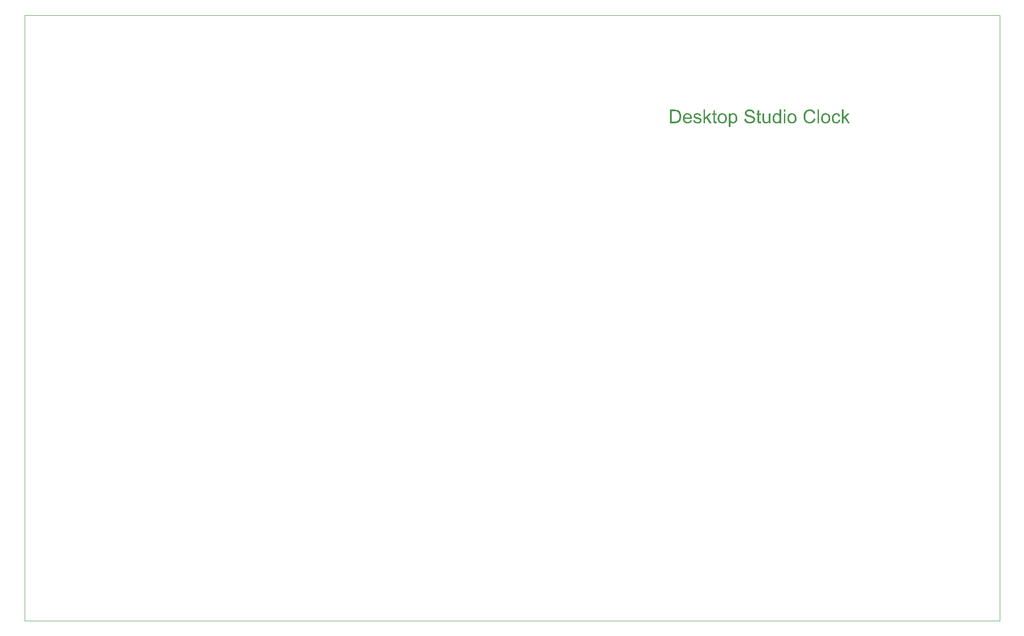
<source format=gbr>
%TF.GenerationSoftware,Altium Limited,Altium Designer,20.1.8 (145)*%
G04 Layer_Color=16771225*
%FSLAX44Y44*%
%MOMM*%
%TF.SameCoordinates,3BEBD2D3-E5B3-4009-AA71-14EFD01F195C*%
%TF.FilePolarity,Positive*%
%TF.FileFunction,Other,Sheet*%
%TF.Part,Single*%
G01*
G75*
%TA.AperFunction,NonConductor*%
%ADD154C,0.0254*%
G36*
X897279Y309815D02*
X894131D01*
Y313407D01*
X897279D01*
Y309815D01*
D02*
G37*
G36*
X830397Y313815D02*
X830657D01*
X831360Y313741D01*
X832138Y313629D01*
X832953Y313444D01*
X833841Y313222D01*
X834656Y312926D01*
X834693D01*
X834767Y312889D01*
X834878Y312815D01*
X835026Y312741D01*
X835397Y312556D01*
X835878Y312222D01*
X836434Y311852D01*
X836989Y311371D01*
X837508Y310815D01*
X837989Y310186D01*
Y310148D01*
X838026Y310111D01*
X838100Y310000D01*
X838174Y309889D01*
X838360Y309519D01*
X838582Y309037D01*
X838841Y308445D01*
X839026Y307741D01*
X839211Y307001D01*
X839285Y306186D01*
X836026Y305927D01*
Y305964D01*
Y306038D01*
X835989Y306149D01*
X835952Y306334D01*
X835841Y306741D01*
X835693Y307297D01*
X835471Y307889D01*
X835138Y308482D01*
X834730Y309037D01*
X834212Y309556D01*
X834138Y309593D01*
X833952Y309741D01*
X833582Y309963D01*
X833101Y310186D01*
X832471Y310408D01*
X831730Y310630D01*
X830805Y310778D01*
X829768Y310815D01*
X829249D01*
X829027Y310778D01*
X828731Y310741D01*
X828064Y310667D01*
X827324Y310519D01*
X826583Y310334D01*
X825879Y310037D01*
X825583Y309852D01*
X825287Y309667D01*
X825213Y309630D01*
X825064Y309482D01*
X824842Y309223D01*
X824620Y308926D01*
X824361Y308519D01*
X824139Y308075D01*
X823991Y307556D01*
X823916Y306964D01*
Y306889D01*
Y306741D01*
X823953Y306482D01*
X824028Y306186D01*
X824139Y305816D01*
X824324Y305445D01*
X824546Y305075D01*
X824879Y304704D01*
X824916Y304667D01*
X825102Y304556D01*
X825250Y304445D01*
X825398Y304371D01*
X825620Y304260D01*
X825879Y304112D01*
X826213Y304001D01*
X826583Y303853D01*
X826990Y303705D01*
X827472Y303519D01*
X827990Y303371D01*
X828583Y303186D01*
X829249Y303038D01*
X829990Y302853D01*
X830027D01*
X830175Y302816D01*
X830397Y302779D01*
X830657Y302705D01*
X830990Y302631D01*
X831397Y302520D01*
X831805Y302409D01*
X832249Y302297D01*
X833212Y302038D01*
X834138Y301779D01*
X834582Y301631D01*
X834989Y301483D01*
X835360Y301372D01*
X835656Y301223D01*
X835693D01*
X835767Y301186D01*
X835878Y301112D01*
X836026Y301038D01*
X836434Y300816D01*
X836915Y300520D01*
X837471Y300112D01*
X838026Y299668D01*
X838545Y299150D01*
X838989Y298594D01*
X839026Y298520D01*
X839174Y298335D01*
X839322Y298001D01*
X839545Y297557D01*
X839730Y297039D01*
X839915Y296409D01*
X840026Y295706D01*
X840063Y294965D01*
Y294928D01*
Y294891D01*
Y294780D01*
Y294632D01*
X839989Y294224D01*
X839915Y293706D01*
X839767Y293113D01*
X839582Y292484D01*
X839285Y291817D01*
X838878Y291113D01*
Y291076D01*
X838841Y291039D01*
X838656Y290817D01*
X838397Y290484D01*
X838026Y290114D01*
X837545Y289669D01*
X836952Y289188D01*
X836286Y288743D01*
X835508Y288336D01*
X835471D01*
X835397Y288299D01*
X835286Y288262D01*
X835138Y288188D01*
X834915Y288114D01*
X834656Y288003D01*
X834064Y287854D01*
X833360Y287669D01*
X832508Y287484D01*
X831582Y287373D01*
X830583Y287336D01*
X829990D01*
X829694Y287373D01*
X829360D01*
X828990Y287410D01*
X828546Y287447D01*
X827620Y287595D01*
X826657Y287743D01*
X825694Y288003D01*
X824768Y288336D01*
X824731D01*
X824657Y288373D01*
X824546Y288447D01*
X824398Y288521D01*
X823953Y288743D01*
X823435Y289076D01*
X822843Y289521D01*
X822213Y290039D01*
X821620Y290669D01*
X821065Y291373D01*
Y291410D01*
X820991Y291484D01*
X820954Y291595D01*
X820843Y291743D01*
X820769Y291928D01*
X820658Y292150D01*
X820398Y292706D01*
X820139Y293409D01*
X819917Y294187D01*
X819769Y295076D01*
X819695Y296002D01*
X822880Y296298D01*
Y296261D01*
Y296224D01*
X822917Y296113D01*
Y295965D01*
X822991Y295631D01*
X823102Y295150D01*
X823250Y294669D01*
X823398Y294113D01*
X823657Y293595D01*
X823916Y293113D01*
X823953Y293076D01*
X824065Y292928D01*
X824250Y292669D01*
X824546Y292409D01*
X824916Y292076D01*
X825324Y291743D01*
X825879Y291410D01*
X826472Y291113D01*
X826509D01*
X826546Y291076D01*
X826657Y291039D01*
X826768Y291002D01*
X827138Y290891D01*
X827620Y290743D01*
X828212Y290595D01*
X828879Y290484D01*
X829620Y290410D01*
X830434Y290373D01*
X830768D01*
X831138Y290410D01*
X831582Y290447D01*
X832101Y290521D01*
X832693Y290595D01*
X833286Y290743D01*
X833841Y290928D01*
X833915Y290965D01*
X834101Y291039D01*
X834360Y291187D01*
X834693Y291336D01*
X835026Y291595D01*
X835397Y291854D01*
X835767Y292150D01*
X836063Y292521D01*
X836100Y292558D01*
X836174Y292706D01*
X836286Y292891D01*
X836434Y293187D01*
X836582Y293484D01*
X836693Y293854D01*
X836767Y294261D01*
X836804Y294706D01*
Y294743D01*
Y294928D01*
X836767Y295150D01*
X836730Y295446D01*
X836619Y295742D01*
X836508Y296113D01*
X836323Y296483D01*
X836063Y296817D01*
X836026Y296854D01*
X835915Y296965D01*
X835767Y297113D01*
X835508Y297335D01*
X835212Y297557D01*
X834804Y297816D01*
X834323Y298076D01*
X833767Y298298D01*
X833730Y298335D01*
X833545Y298372D01*
X833249Y298483D01*
X833064Y298520D01*
X832804Y298594D01*
X832545Y298705D01*
X832212Y298779D01*
X831842Y298890D01*
X831397Y299001D01*
X830953Y299112D01*
X830434Y299261D01*
X829842Y299409D01*
X829212Y299557D01*
X829175D01*
X829064Y299594D01*
X828879Y299631D01*
X828657Y299705D01*
X828361Y299779D01*
X828027Y299853D01*
X827287Y300075D01*
X826472Y300335D01*
X825620Y300594D01*
X824879Y300853D01*
X824546Y301001D01*
X824250Y301149D01*
X824213D01*
X824176Y301186D01*
X823953Y301334D01*
X823620Y301520D01*
X823250Y301816D01*
X822805Y302149D01*
X822361Y302557D01*
X821917Y303038D01*
X821546Y303556D01*
X821509Y303631D01*
X821398Y303816D01*
X821250Y304112D01*
X821102Y304482D01*
X820954Y304964D01*
X820806Y305519D01*
X820695Y306112D01*
X820658Y306741D01*
Y306778D01*
Y306815D01*
Y306926D01*
Y307075D01*
X820732Y307445D01*
X820806Y307926D01*
X820917Y308482D01*
X821102Y309111D01*
X821361Y309741D01*
X821732Y310371D01*
Y310408D01*
X821769Y310445D01*
X821954Y310667D01*
X822213Y310963D01*
X822546Y311334D01*
X822991Y311741D01*
X823546Y312185D01*
X824213Y312593D01*
X824953Y312963D01*
X824990D01*
X825064Y313000D01*
X825176Y313037D01*
X825324Y313111D01*
X825509Y313185D01*
X825768Y313259D01*
X826324Y313407D01*
X827027Y313556D01*
X827842Y313704D01*
X828694Y313815D01*
X829657Y313852D01*
X830138D01*
X830397Y313815D01*
D02*
G37*
G36*
X944089D02*
X944423Y313778D01*
X944830Y313741D01*
X945237Y313704D01*
X945719Y313592D01*
X946719Y313370D01*
X947830Y313037D01*
X948385Y312815D01*
X948904Y312556D01*
X949422Y312222D01*
X949940Y311889D01*
X949977Y311852D01*
X950052Y311815D01*
X950200Y311704D01*
X950385Y311519D01*
X950570Y311334D01*
X950829Y311074D01*
X951088Y310778D01*
X951385Y310482D01*
X951681Y310111D01*
X951977Y309667D01*
X952311Y309223D01*
X952607Y308741D01*
X952866Y308186D01*
X953162Y307630D01*
X953385Y307038D01*
X953607Y306371D01*
X950274Y305593D01*
Y305630D01*
X950237Y305704D01*
X950163Y305853D01*
X950089Y306038D01*
X950015Y306260D01*
X949903Y306556D01*
X949607Y307149D01*
X949237Y307815D01*
X948792Y308482D01*
X948237Y309111D01*
X947644Y309667D01*
X947570Y309741D01*
X947348Y309889D01*
X946978Y310074D01*
X946496Y310334D01*
X945867Y310556D01*
X945163Y310778D01*
X944311Y310926D01*
X943386Y310963D01*
X943089D01*
X942904Y310926D01*
X942645D01*
X942349Y310889D01*
X941645Y310778D01*
X940867Y310630D01*
X940053Y310371D01*
X939201Y310000D01*
X938423Y309519D01*
X938386D01*
X938349Y309445D01*
X938090Y309260D01*
X937757Y308963D01*
X937349Y308519D01*
X936868Y307964D01*
X936423Y307334D01*
X936016Y306556D01*
X935646Y305704D01*
Y305667D01*
X935609Y305593D01*
X935572Y305482D01*
X935535Y305297D01*
X935461Y305075D01*
X935386Y304816D01*
X935275Y304186D01*
X935127Y303445D01*
X934979Y302631D01*
X934905Y301742D01*
X934868Y300779D01*
Y300742D01*
Y300631D01*
Y300446D01*
Y300224D01*
X934905Y299964D01*
Y299631D01*
X934942Y299261D01*
X934979Y298853D01*
X935090Y297964D01*
X935275Y297002D01*
X935498Y296039D01*
X935794Y295076D01*
Y295039D01*
X935831Y294965D01*
X935905Y294854D01*
X935979Y294669D01*
X936201Y294224D01*
X936535Y293706D01*
X936942Y293113D01*
X937460Y292484D01*
X938053Y291928D01*
X938756Y291410D01*
X938793D01*
X938868Y291373D01*
X938979Y291299D01*
X939127Y291224D01*
X939312Y291150D01*
X939534Y291039D01*
X940053Y290817D01*
X940719Y290595D01*
X941460Y290410D01*
X942275Y290262D01*
X943126Y290225D01*
X943386D01*
X943608Y290262D01*
X943867D01*
X944126Y290299D01*
X944793Y290447D01*
X945571Y290632D01*
X946348Y290928D01*
X947163Y291336D01*
X947570Y291558D01*
X947941Y291854D01*
X947978Y291891D01*
X948015Y291928D01*
X948126Y292039D01*
X948274Y292150D01*
X948422Y292335D01*
X948607Y292558D01*
X948829Y292780D01*
X949015Y293076D01*
X949237Y293409D01*
X949496Y293780D01*
X949718Y294150D01*
X949940Y294594D01*
X950126Y295076D01*
X950311Y295594D01*
X950496Y296150D01*
X950644Y296742D01*
X954051Y295891D01*
Y295854D01*
X954014Y295706D01*
X953940Y295483D01*
X953829Y295187D01*
X953718Y294854D01*
X953570Y294446D01*
X953385Y294002D01*
X953162Y293521D01*
X952644Y292484D01*
X951977Y291447D01*
X951570Y290928D01*
X951163Y290410D01*
X950718Y289965D01*
X950200Y289521D01*
X950163Y289484D01*
X950089Y289410D01*
X949903Y289336D01*
X949718Y289188D01*
X949422Y289002D01*
X949126Y288817D01*
X948718Y288632D01*
X948311Y288447D01*
X947830Y288225D01*
X947311Y288040D01*
X946756Y287854D01*
X946163Y287669D01*
X945534Y287521D01*
X944867Y287447D01*
X944163Y287373D01*
X943423Y287336D01*
X943015D01*
X942719Y287373D01*
X942386D01*
X941978Y287410D01*
X941534Y287484D01*
X941015Y287558D01*
X939941Y287743D01*
X938830Y288040D01*
X937719Y288447D01*
X937201Y288706D01*
X936683Y289002D01*
X936646Y289039D01*
X936572Y289076D01*
X936423Y289188D01*
X936275Y289336D01*
X936053Y289484D01*
X935794Y289706D01*
X935498Y289965D01*
X935201Y290262D01*
X934905Y290595D01*
X934572Y290928D01*
X933905Y291780D01*
X933276Y292780D01*
X932720Y293891D01*
Y293928D01*
X932646Y294039D01*
X932609Y294224D01*
X932498Y294446D01*
X932424Y294743D01*
X932313Y295113D01*
X932165Y295520D01*
X932054Y295965D01*
X931942Y296446D01*
X931794Y297002D01*
X931609Y298150D01*
X931461Y299446D01*
X931387Y300779D01*
Y300816D01*
Y300964D01*
Y301186D01*
X931424Y301446D01*
Y301816D01*
X931461Y302186D01*
X931498Y302668D01*
X931572Y303149D01*
X931757Y304223D01*
X932016Y305408D01*
X932387Y306593D01*
X932905Y307741D01*
X932942Y307778D01*
X932979Y307889D01*
X933053Y308037D01*
X933202Y308223D01*
X933350Y308482D01*
X933535Y308778D01*
X934016Y309445D01*
X934646Y310186D01*
X935386Y310926D01*
X936238Y311667D01*
X937238Y312296D01*
X937275Y312333D01*
X937386Y312370D01*
X937534Y312444D01*
X937719Y312556D01*
X938016Y312667D01*
X938312Y312778D01*
X938682Y312926D01*
X939090Y313074D01*
X939534Y313222D01*
X940016Y313370D01*
X941052Y313592D01*
X942238Y313778D01*
X943460Y313852D01*
X943830D01*
X944089Y313815D01*
D02*
G37*
G36*
X889132Y287780D02*
X886206D01*
Y290114D01*
X886169Y290076D01*
X886132Y290002D01*
X886021Y289854D01*
X885873Y289669D01*
X885688Y289484D01*
X885466Y289262D01*
X885207Y289002D01*
X884873Y288743D01*
X884540Y288484D01*
X884169Y288225D01*
X883725Y288003D01*
X883244Y287817D01*
X882762Y287632D01*
X882207Y287484D01*
X881614Y287410D01*
X880985Y287373D01*
X880762D01*
X880614Y287410D01*
X880170Y287447D01*
X879651Y287521D01*
X879022Y287669D01*
X878318Y287892D01*
X877615Y288188D01*
X876911Y288595D01*
X876874D01*
X876837Y288669D01*
X876615Y288817D01*
X876282Y289114D01*
X875874Y289484D01*
X875393Y289965D01*
X874911Y290558D01*
X874430Y291224D01*
X874022Y292002D01*
Y292039D01*
X873985Y292113D01*
X873948Y292224D01*
X873874Y292372D01*
X873800Y292595D01*
X873689Y292854D01*
X873615Y293113D01*
X873541Y293447D01*
X873356Y294187D01*
X873171Y295039D01*
X873060Y296002D01*
X873023Y297039D01*
Y297076D01*
Y297150D01*
Y297298D01*
Y297520D01*
X873060Y297742D01*
Y298039D01*
X873134Y298705D01*
X873245Y299483D01*
X873430Y300335D01*
X873652Y301223D01*
X873948Y302075D01*
Y302112D01*
X873985Y302186D01*
X874060Y302297D01*
X874134Y302446D01*
X874356Y302853D01*
X874652Y303371D01*
X875022Y303927D01*
X875504Y304482D01*
X876059Y305075D01*
X876726Y305556D01*
X876763D01*
X876800Y305593D01*
X876911Y305667D01*
X877059Y305742D01*
X877430Y305927D01*
X877948Y306186D01*
X878540Y306408D01*
X879244Y306593D01*
X880022Y306741D01*
X880836Y306778D01*
X881133D01*
X881429Y306741D01*
X881836Y306704D01*
X882318Y306593D01*
X882836Y306482D01*
X883355Y306297D01*
X883836Y306038D01*
X883910Y306001D01*
X884058Y305927D01*
X884281Y305742D01*
X884577Y305556D01*
X884947Y305297D01*
X885281Y304964D01*
X885651Y304631D01*
X885984Y304223D01*
Y313407D01*
X889132D01*
Y287780D01*
D02*
G37*
G36*
X799363Y306741D02*
X799623Y306704D01*
X800178Y306630D01*
X800845Y306482D01*
X801548Y306260D01*
X802252Y305927D01*
X802956Y305519D01*
X802993D01*
X803030Y305445D01*
X803252Y305297D01*
X803585Y305001D01*
X803993Y304631D01*
X804437Y304149D01*
X804881Y303556D01*
X805326Y302853D01*
X805696Y302075D01*
Y302038D01*
X805733Y301964D01*
X805770Y301853D01*
X805844Y301705D01*
X805918Y301483D01*
X805992Y301223D01*
X806178Y300631D01*
X806363Y299890D01*
X806511Y299076D01*
X806622Y298150D01*
X806659Y297187D01*
Y297150D01*
Y297076D01*
Y296928D01*
Y296705D01*
X806622Y296446D01*
Y296150D01*
X806548Y295483D01*
X806400Y294669D01*
X806215Y293817D01*
X805955Y292928D01*
X805622Y292039D01*
Y292002D01*
X805585Y291928D01*
X805511Y291817D01*
X805437Y291669D01*
X805178Y291262D01*
X804844Y290743D01*
X804437Y290187D01*
X803919Y289632D01*
X803326Y289076D01*
X802622Y288558D01*
X802585D01*
X802548Y288521D01*
X802437Y288447D01*
X802289Y288373D01*
X801919Y288188D01*
X801400Y287966D01*
X800771Y287743D01*
X800104Y287558D01*
X799326Y287410D01*
X798549Y287373D01*
X798289D01*
X797993Y287410D01*
X797623Y287447D01*
X797178Y287521D01*
X796697Y287632D01*
X796216Y287780D01*
X795734Y288003D01*
X795697Y288040D01*
X795512Y288114D01*
X795290Y288262D01*
X794994Y288484D01*
X794697Y288706D01*
X794327Y289002D01*
X793994Y289336D01*
X793697Y289706D01*
Y280670D01*
X790550D01*
Y306371D01*
X793401D01*
Y303927D01*
X793438Y304001D01*
X793586Y304149D01*
X793772Y304408D01*
X794068Y304704D01*
X794401Y305075D01*
X794771Y305408D01*
X795216Y305742D01*
X795660Y306038D01*
X795734Y306075D01*
X795882Y306149D01*
X796179Y306260D01*
X796549Y306408D01*
X796993Y306556D01*
X797512Y306667D01*
X798104Y306741D01*
X798771Y306778D01*
X799178D01*
X799363Y306741D01*
D02*
G37*
G36*
X731667D02*
X732222Y306704D01*
X732815Y306630D01*
X733444Y306482D01*
X734111Y306334D01*
X734741Y306112D01*
X734778D01*
X734815Y306075D01*
X735000Y306001D01*
X735296Y305853D01*
X735666Y305667D01*
X736074Y305408D01*
X736481Y305112D01*
X736852Y304779D01*
X737185Y304408D01*
X737222Y304371D01*
X737296Y304223D01*
X737444Y303964D01*
X737629Y303668D01*
X737814Y303223D01*
X737999Y302742D01*
X738148Y302186D01*
X738296Y301557D01*
X735222Y301149D01*
Y301223D01*
X735185Y301372D01*
X735111Y301631D01*
X735000Y301964D01*
X734815Y302297D01*
X734592Y302668D01*
X734333Y303038D01*
X733963Y303371D01*
X733926Y303408D01*
X733778Y303482D01*
X733556Y303631D01*
X733222Y303779D01*
X732852Y303927D01*
X732370Y304075D01*
X731778Y304149D01*
X731148Y304186D01*
X730778D01*
X730408Y304149D01*
X729926Y304112D01*
X729445Y304001D01*
X728926Y303890D01*
X728445Y303705D01*
X728038Y303445D01*
X728000Y303408D01*
X727889Y303334D01*
X727741Y303186D01*
X727593Y302964D01*
X727408Y302742D01*
X727260Y302446D01*
X727149Y302112D01*
X727112Y301779D01*
Y301742D01*
Y301668D01*
X727149Y301557D01*
Y301409D01*
X727260Y301038D01*
X727482Y300668D01*
X727519Y300631D01*
X727556Y300594D01*
X727630Y300483D01*
X727778Y300372D01*
X727926Y300261D01*
X728149Y300112D01*
X728408Y300001D01*
X728704Y299853D01*
X728741D01*
X728815Y299816D01*
X728963Y299779D01*
X729223Y299668D01*
X729593Y299557D01*
X730074Y299446D01*
X730371Y299335D01*
X730704Y299261D01*
X731074Y299150D01*
X731482Y299039D01*
X731519D01*
X731630Y299001D01*
X731815Y298964D01*
X732037Y298890D01*
X732296Y298816D01*
X732630Y298742D01*
X733333Y298520D01*
X734111Y298298D01*
X734889Y298039D01*
X735592Y297779D01*
X735889Y297668D01*
X736148Y297557D01*
X736222Y297520D01*
X736370Y297446D01*
X736592Y297335D01*
X736926Y297150D01*
X737259Y296928D01*
X737592Y296631D01*
X737925Y296298D01*
X738222Y295928D01*
X738259Y295891D01*
X738333Y295742D01*
X738481Y295520D01*
X738629Y295187D01*
X738740Y294780D01*
X738888Y294335D01*
X738962Y293817D01*
X738999Y293224D01*
Y293150D01*
Y292965D01*
X738962Y292669D01*
X738888Y292261D01*
X738777Y291817D01*
X738592Y291336D01*
X738370Y290780D01*
X738074Y290262D01*
X738036Y290187D01*
X737888Y290039D01*
X737703Y289780D01*
X737407Y289484D01*
X737000Y289151D01*
X736555Y288780D01*
X736037Y288447D01*
X735407Y288114D01*
X735370D01*
X735333Y288077D01*
X735111Y288003D01*
X734741Y287892D01*
X734259Y287743D01*
X733667Y287595D01*
X733000Y287484D01*
X732296Y287410D01*
X731482Y287373D01*
X731148D01*
X730889Y287410D01*
X730593D01*
X730222Y287447D01*
X729852Y287484D01*
X729445Y287558D01*
X728556Y287743D01*
X727630Y288003D01*
X726741Y288373D01*
X726334Y288595D01*
X725964Y288854D01*
X725927Y288891D01*
X725890Y288928D01*
X725667Y289151D01*
X725334Y289484D01*
X724964Y290002D01*
X724556Y290632D01*
X724149Y291373D01*
X723816Y292298D01*
X723557Y293335D01*
X726667Y293817D01*
Y293780D01*
Y293743D01*
X726741Y293521D01*
X726815Y293150D01*
X726964Y292743D01*
X727149Y292298D01*
X727371Y291817D01*
X727704Y291336D01*
X728112Y290928D01*
X728186Y290891D01*
X728334Y290780D01*
X728630Y290632D01*
X729000Y290447D01*
X729482Y290262D01*
X730037Y290114D01*
X730704Y290002D01*
X731482Y289965D01*
X731852D01*
X732222Y290002D01*
X732704Y290076D01*
X733222Y290187D01*
X733778Y290336D01*
X734259Y290521D01*
X734704Y290817D01*
X734741Y290854D01*
X734889Y290965D01*
X735037Y291150D01*
X735259Y291410D01*
X735444Y291706D01*
X735629Y292076D01*
X735741Y292447D01*
X735778Y292891D01*
Y292928D01*
Y293076D01*
X735741Y293261D01*
X735666Y293521D01*
X735555Y293780D01*
X735370Y294039D01*
X735148Y294335D01*
X734815Y294557D01*
X734778Y294594D01*
X734667Y294632D01*
X734481Y294743D01*
X734185Y294854D01*
X733741Y295002D01*
X733481Y295113D01*
X733185Y295187D01*
X732852Y295298D01*
X732482Y295409D01*
X732074Y295520D01*
X731593Y295631D01*
X731556D01*
X731445Y295668D01*
X731259Y295706D01*
X731037Y295779D01*
X730741Y295854D01*
X730408Y295965D01*
X729704Y296150D01*
X728889Y296409D01*
X728112Y296631D01*
X727371Y296891D01*
X727038Y297039D01*
X726778Y297150D01*
X726704Y297187D01*
X726556Y297261D01*
X726334Y297409D01*
X726038Y297594D01*
X725704Y297853D01*
X725371Y298150D01*
X725038Y298483D01*
X724742Y298890D01*
X724705Y298927D01*
X724631Y299076D01*
X724519Y299335D01*
X724408Y299631D01*
X724297Y300001D01*
X724186Y300446D01*
X724112Y300890D01*
X724075Y301409D01*
Y301483D01*
Y301631D01*
X724112Y301853D01*
X724149Y302186D01*
X724223Y302520D01*
X724297Y302927D01*
X724445Y303297D01*
X724631Y303705D01*
X724668Y303742D01*
X724742Y303890D01*
X724853Y304075D01*
X725038Y304334D01*
X725260Y304593D01*
X725519Y304927D01*
X725816Y305223D01*
X726186Y305482D01*
X726223Y305519D01*
X726334Y305556D01*
X726482Y305667D01*
X726704Y305779D01*
X727001Y305927D01*
X727334Y306075D01*
X727741Y306223D01*
X728186Y306371D01*
X728260Y306408D01*
X728408Y306445D01*
X728667Y306519D01*
X729000Y306593D01*
X729408Y306667D01*
X729852Y306704D01*
X730371Y306778D01*
X731259D01*
X731667Y306741D01*
D02*
G37*
G36*
X993751D02*
X993973D01*
X994269Y306704D01*
X994973Y306593D01*
X995751Y306408D01*
X996565Y306112D01*
X997380Y305742D01*
X998158Y305223D01*
X998195D01*
X998232Y305149D01*
X998454Y304927D01*
X998787Y304593D01*
X999195Y304112D01*
X999602Y303519D01*
X1000009Y302779D01*
X1000380Y301927D01*
X1000639Y300927D01*
X997565Y300446D01*
Y300483D01*
X997528Y300520D01*
X997491Y300742D01*
X997380Y301075D01*
X997195Y301483D01*
X997010Y301927D01*
X996713Y302409D01*
X996380Y302853D01*
X996010Y303223D01*
X995973Y303260D01*
X995825Y303371D01*
X995565Y303519D01*
X995269Y303705D01*
X994862Y303890D01*
X994417Y304038D01*
X993899Y304149D01*
X993343Y304186D01*
X993121D01*
X992936Y304149D01*
X992529Y304112D01*
X991973Y303964D01*
X991381Y303779D01*
X990714Y303482D01*
X990085Y303038D01*
X989788Y302779D01*
X989492Y302483D01*
Y302446D01*
X989418Y302409D01*
X989344Y302297D01*
X989270Y302149D01*
X989159Y301964D01*
X989010Y301742D01*
X988899Y301483D01*
X988751Y301186D01*
X988603Y300816D01*
X988492Y300409D01*
X988344Y299964D01*
X988233Y299483D01*
X988159Y298964D01*
X988085Y298372D01*
X988011Y297742D01*
Y297076D01*
Y297039D01*
Y296928D01*
Y296705D01*
X988048Y296483D01*
Y296150D01*
X988085Y295817D01*
X988196Y295002D01*
X988344Y294113D01*
X988603Y293187D01*
X988936Y292372D01*
X989159Y291965D01*
X989418Y291632D01*
X989492Y291558D01*
X989677Y291373D01*
X990010Y291113D01*
X990418Y290817D01*
X990973Y290484D01*
X991603Y290225D01*
X992344Y290039D01*
X992751Y290002D01*
X993158Y289965D01*
X993232D01*
X993455Y290002D01*
X993825Y290039D01*
X994232Y290114D01*
X994714Y290225D01*
X995232Y290447D01*
X995751Y290706D01*
X996232Y291076D01*
X996306Y291113D01*
X996417Y291299D01*
X996639Y291558D01*
X996899Y291965D01*
X997158Y292447D01*
X997454Y293039D01*
X997676Y293780D01*
X997824Y294594D01*
X1000935Y294187D01*
Y294150D01*
X1000898Y294039D01*
X1000861Y293891D01*
X1000824Y293669D01*
X1000750Y293372D01*
X1000676Y293076D01*
X1000417Y292335D01*
X1000083Y291558D01*
X999602Y290706D01*
X999009Y289891D01*
X998676Y289521D01*
X998306Y289151D01*
X998269Y289114D01*
X998195Y289076D01*
X998084Y289002D01*
X997935Y288891D01*
X997750Y288743D01*
X997491Y288595D01*
X997195Y288447D01*
X996899Y288262D01*
X996158Y287929D01*
X995269Y287669D01*
X994306Y287447D01*
X993751Y287410D01*
X993195Y287373D01*
X992825D01*
X992566Y287410D01*
X992232Y287447D01*
X991862Y287521D01*
X991455Y287595D01*
X991010Y287669D01*
X990010Y287966D01*
X989529Y288188D01*
X989010Y288410D01*
X988492Y288706D01*
X988011Y289039D01*
X987529Y289410D01*
X987085Y289854D01*
X987048Y289891D01*
X986974Y289965D01*
X986863Y290114D01*
X986714Y290299D01*
X986566Y290558D01*
X986344Y290891D01*
X986159Y291262D01*
X985937Y291669D01*
X985715Y292150D01*
X985529Y292706D01*
X985307Y293261D01*
X985159Y293928D01*
X985011Y294594D01*
X984900Y295372D01*
X984826Y296150D01*
X984789Y297002D01*
Y297039D01*
Y297150D01*
Y297298D01*
Y297520D01*
X984826Y297779D01*
Y298076D01*
X984863Y298409D01*
X984900Y298779D01*
X985011Y299594D01*
X985196Y300483D01*
X985418Y301372D01*
X985752Y302260D01*
Y302297D01*
X985789Y302372D01*
X985863Y302483D01*
X985937Y302631D01*
X986159Y303038D01*
X986492Y303519D01*
X986937Y304075D01*
X987455Y304631D01*
X988085Y305186D01*
X988788Y305630D01*
X988825D01*
X988899Y305667D01*
X989010Y305742D01*
X989159Y305816D01*
X989344Y305890D01*
X989566Y306001D01*
X990122Y306223D01*
X990751Y306408D01*
X991529Y306593D01*
X992344Y306741D01*
X993232Y306778D01*
X993529D01*
X993751Y306741D01*
D02*
G37*
G36*
X869282Y287780D02*
X866468D01*
Y290484D01*
X866431Y290447D01*
X866357Y290336D01*
X866245Y290187D01*
X866060Y290002D01*
X865838Y289780D01*
X865579Y289484D01*
X865283Y289225D01*
X864912Y288928D01*
X864505Y288632D01*
X864061Y288373D01*
X863579Y288114D01*
X863061Y287854D01*
X862468Y287669D01*
X861876Y287521D01*
X861209Y287410D01*
X860542Y287373D01*
X860283D01*
X859950Y287410D01*
X859542Y287447D01*
X859061Y287521D01*
X858543Y287632D01*
X858024Y287780D01*
X857469Y288003D01*
X857394Y288040D01*
X857246Y288114D01*
X856987Y288262D01*
X856691Y288447D01*
X856321Y288669D01*
X855987Y288928D01*
X855654Y289225D01*
X855358Y289558D01*
X855321Y289595D01*
X855247Y289743D01*
X855135Y289928D01*
X854987Y290225D01*
X854802Y290558D01*
X854654Y290965D01*
X854506Y291410D01*
X854395Y291891D01*
Y291928D01*
X854358Y292076D01*
X854321Y292298D01*
Y292595D01*
X854284Y293039D01*
X854247Y293521D01*
X854210Y294150D01*
Y294854D01*
Y306371D01*
X857357D01*
Y296039D01*
Y296002D01*
Y295928D01*
Y295817D01*
Y295631D01*
Y295224D01*
X857394Y294706D01*
Y294150D01*
X857432Y293595D01*
X857469Y293113D01*
X857543Y292706D01*
Y292669D01*
X857617Y292521D01*
X857691Y292298D01*
X857802Y292002D01*
X857987Y291706D01*
X858209Y291373D01*
X858468Y291076D01*
X858802Y290780D01*
X858839Y290743D01*
X858987Y290669D01*
X859172Y290558D01*
X859468Y290447D01*
X859802Y290299D01*
X860209Y290187D01*
X860653Y290114D01*
X861172Y290076D01*
X861431D01*
X861690Y290114D01*
X862024Y290151D01*
X862431Y290262D01*
X862875Y290373D01*
X863357Y290558D01*
X863838Y290780D01*
X863912Y290817D01*
X864061Y290928D01*
X864283Y291076D01*
X864542Y291299D01*
X864838Y291595D01*
X865135Y291928D01*
X865394Y292298D01*
X865616Y292743D01*
X865653Y292817D01*
X865690Y292965D01*
X865764Y293261D01*
X865875Y293669D01*
X865986Y294187D01*
X866060Y294817D01*
X866097Y295557D01*
X866134Y296409D01*
Y306371D01*
X869282D01*
Y287780D01*
D02*
G37*
G36*
X1006786Y298779D02*
X1014230Y306371D01*
X1018341D01*
X1011193Y299446D01*
X1019044Y287780D01*
X1015156D01*
X1008971Y297261D01*
X1006786Y295150D01*
Y287780D01*
X1003639D01*
Y313407D01*
X1006786D01*
Y298779D01*
D02*
G37*
G36*
X960902Y287780D02*
X957755D01*
Y313407D01*
X960902D01*
Y287780D01*
D02*
G37*
G36*
X897279D02*
X894131D01*
Y306371D01*
X897279D01*
Y287780D01*
D02*
G37*
G36*
X745888Y298779D02*
X753331Y306371D01*
X757442D01*
X750294Y299446D01*
X758146Y287780D01*
X754257D01*
X748073Y297261D01*
X745888Y295150D01*
Y287780D01*
X742740D01*
Y313407D01*
X745888D01*
Y298779D01*
D02*
G37*
G36*
X689967Y313370D02*
X690708Y313333D01*
X691449Y313259D01*
X692189Y313148D01*
X692819Y313037D01*
X692856D01*
X692930Y313000D01*
X693041D01*
X693189Y312926D01*
X693597Y312815D01*
X694115Y312630D01*
X694708Y312370D01*
X695337Y312037D01*
X695967Y311667D01*
X696559Y311185D01*
X696596Y311148D01*
X696633Y311111D01*
X696745Y311000D01*
X696893Y310889D01*
X697263Y310519D01*
X697707Y310000D01*
X698189Y309371D01*
X698707Y308630D01*
X699189Y307778D01*
X699596Y306815D01*
Y306778D01*
X699633Y306704D01*
X699707Y306556D01*
X699744Y306334D01*
X699855Y306075D01*
X699929Y305779D01*
X700003Y305445D01*
X700115Y305038D01*
X700226Y304631D01*
X700300Y304149D01*
X700485Y303112D01*
X700596Y301964D01*
X700633Y300705D01*
Y300668D01*
Y300594D01*
Y300409D01*
Y300224D01*
X700596Y299964D01*
Y299668D01*
X700559Y298964D01*
X700448Y298150D01*
X700337Y297298D01*
X700152Y296409D01*
X699929Y295520D01*
Y295483D01*
X699892Y295409D01*
X699855Y295298D01*
X699818Y295150D01*
X699670Y294743D01*
X699448Y294224D01*
X699226Y293632D01*
X698930Y293039D01*
X698559Y292409D01*
X698189Y291817D01*
X698152Y291743D01*
X698004Y291558D01*
X697781Y291299D01*
X697485Y290965D01*
X697152Y290595D01*
X696745Y290225D01*
X696337Y289817D01*
X695856Y289484D01*
X695782Y289447D01*
X695633Y289336D01*
X695374Y289188D01*
X695004Y289002D01*
X694559Y288780D01*
X694041Y288595D01*
X693448Y288373D01*
X692782Y288188D01*
X692708D01*
X692597Y288151D01*
X692486Y288114D01*
X692115Y288077D01*
X691597Y288003D01*
X691004Y287929D01*
X690301Y287854D01*
X689523Y287817D01*
X688671Y287780D01*
X679450D01*
Y313407D01*
X689301D01*
X689967Y313370D01*
D02*
G37*
G36*
X847988Y306371D02*
X851173D01*
Y303927D01*
X847988D01*
Y293002D01*
Y292928D01*
Y292780D01*
Y292558D01*
X848025Y292298D01*
X848062Y291706D01*
X848099Y291447D01*
X848136Y291262D01*
X848173Y291187D01*
X848284Y291039D01*
X848432Y290854D01*
X848692Y290669D01*
X848766Y290632D01*
X848951Y290558D01*
X849284Y290484D01*
X849766Y290447D01*
X850136D01*
X850321Y290484D01*
X850580D01*
X850877Y290521D01*
X851173Y290558D01*
X851580Y287780D01*
X851506D01*
X851358Y287743D01*
X851099Y287706D01*
X850766Y287669D01*
X850395Y287595D01*
X849988Y287558D01*
X849173Y287521D01*
X848877D01*
X848581Y287558D01*
X848210Y287595D01*
X847766Y287632D01*
X847321Y287743D01*
X846914Y287854D01*
X846507Y288040D01*
X846470Y288077D01*
X846359Y288151D01*
X846210Y288262D01*
X845988Y288447D01*
X845803Y288632D01*
X845581Y288891D01*
X845359Y289151D01*
X845211Y289484D01*
Y289521D01*
X845136Y289669D01*
X845099Y289928D01*
X845025Y290299D01*
X844951Y290780D01*
X844914Y291076D01*
Y291410D01*
X844877Y291817D01*
X844840Y292224D01*
Y292669D01*
Y293187D01*
Y303927D01*
X842507D01*
Y306371D01*
X844840D01*
Y310963D01*
X847988Y312852D01*
Y306371D01*
D02*
G37*
G36*
X764330D02*
X767515D01*
Y303927D01*
X764330D01*
Y293002D01*
Y292928D01*
Y292780D01*
Y292558D01*
X764367Y292298D01*
X764404Y291706D01*
X764441Y291447D01*
X764478Y291262D01*
X764515Y291187D01*
X764626Y291039D01*
X764774Y290854D01*
X765034Y290669D01*
X765108Y290632D01*
X765293Y290558D01*
X765626Y290484D01*
X766108Y290447D01*
X766478D01*
X766663Y290484D01*
X766922D01*
X767219Y290521D01*
X767515Y290558D01*
X767922Y287780D01*
X767848D01*
X767700Y287743D01*
X767441Y287706D01*
X767108Y287669D01*
X766737Y287595D01*
X766330Y287558D01*
X765515Y287521D01*
X765219D01*
X764923Y287558D01*
X764552Y287595D01*
X764108Y287632D01*
X763663Y287743D01*
X763256Y287854D01*
X762849Y288040D01*
X762812Y288077D01*
X762701Y288151D01*
X762552Y288262D01*
X762330Y288447D01*
X762145Y288632D01*
X761923Y288891D01*
X761701Y289151D01*
X761553Y289484D01*
Y289521D01*
X761479Y289669D01*
X761441Y289928D01*
X761367Y290299D01*
X761293Y290780D01*
X761256Y291076D01*
Y291410D01*
X761219Y291817D01*
X761182Y292224D01*
Y292669D01*
Y293187D01*
Y303927D01*
X758849D01*
Y306371D01*
X761182D01*
Y310963D01*
X764330Y312852D01*
Y306371D01*
D02*
G37*
G36*
X973938Y306741D02*
X974271Y306704D01*
X974642Y306630D01*
X975049Y306556D01*
X975530Y306482D01*
X976530Y306149D01*
X977049Y305964D01*
X977567Y305704D01*
X978086Y305445D01*
X978604Y305075D01*
X979086Y304704D01*
X979567Y304260D01*
X979604Y304223D01*
X979678Y304149D01*
X979789Y304001D01*
X979937Y303816D01*
X980123Y303556D01*
X980345Y303223D01*
X980567Y302853D01*
X980789Y302446D01*
X981011Y302001D01*
X981234Y301446D01*
X981456Y300890D01*
X981641Y300261D01*
X981789Y299594D01*
X981900Y298890D01*
X981974Y298150D01*
X982011Y297335D01*
Y297298D01*
Y297187D01*
Y297002D01*
Y296742D01*
X981974Y296446D01*
X981937Y296076D01*
Y295706D01*
X981863Y295298D01*
X981752Y294372D01*
X981530Y293447D01*
X981271Y292521D01*
X980900Y291669D01*
Y291632D01*
X980863Y291595D01*
X980789Y291484D01*
X980715Y291336D01*
X980456Y290965D01*
X980123Y290521D01*
X979678Y290002D01*
X979123Y289484D01*
X978493Y288965D01*
X977752Y288484D01*
X977715D01*
X977678Y288447D01*
X977567Y288373D01*
X977382Y288299D01*
X977197Y288225D01*
X976975Y288151D01*
X976419Y287929D01*
X975790Y287743D01*
X975012Y287558D01*
X974197Y287410D01*
X973308Y287373D01*
X972938D01*
X972642Y287410D01*
X972309Y287447D01*
X971938Y287521D01*
X971494Y287595D01*
X971049Y287669D01*
X970050Y287966D01*
X969494Y288188D01*
X968976Y288410D01*
X968457Y288706D01*
X967939Y289039D01*
X967457Y289410D01*
X966976Y289854D01*
X966939Y289891D01*
X966865Y289965D01*
X966754Y290114D01*
X966605Y290336D01*
X966420Y290595D01*
X966235Y290891D01*
X966013Y291262D01*
X965791Y291706D01*
X965568Y292187D01*
X965346Y292743D01*
X965161Y293335D01*
X964976Y293965D01*
X964828Y294669D01*
X964717Y295409D01*
X964643Y296224D01*
X964606Y297076D01*
Y297150D01*
Y297298D01*
X964643Y297557D01*
Y297927D01*
X964680Y298335D01*
X964754Y298853D01*
X964828Y299372D01*
X964976Y299964D01*
X965124Y300557D01*
X965309Y301186D01*
X965531Y301853D01*
X965828Y302483D01*
X966124Y303075D01*
X966531Y303668D01*
X966939Y304223D01*
X967457Y304704D01*
X967494Y304742D01*
X967568Y304779D01*
X967716Y304890D01*
X967902Y305038D01*
X968124Y305186D01*
X968420Y305371D01*
X968716Y305556D01*
X969087Y305742D01*
X969494Y305927D01*
X969938Y306112D01*
X970938Y306445D01*
X972086Y306704D01*
X972679Y306741D01*
X973308Y306778D01*
X973679D01*
X973938Y306741D01*
D02*
G37*
G36*
X910241D02*
X910574Y306704D01*
X910945Y306630D01*
X911352Y306556D01*
X911833Y306482D01*
X912833Y306149D01*
X913352Y305964D01*
X913870Y305704D01*
X914389Y305445D01*
X914907Y305075D01*
X915388Y304704D01*
X915870Y304260D01*
X915907Y304223D01*
X915981Y304149D01*
X916092Y304001D01*
X916240Y303816D01*
X916425Y303556D01*
X916648Y303223D01*
X916870Y302853D01*
X917092Y302446D01*
X917314Y302001D01*
X917536Y301446D01*
X917759Y300890D01*
X917944Y300261D01*
X918092Y299594D01*
X918203Y298890D01*
X918277Y298150D01*
X918314Y297335D01*
Y297298D01*
Y297187D01*
Y297002D01*
Y296742D01*
X918277Y296446D01*
X918240Y296076D01*
Y295706D01*
X918166Y295298D01*
X918055Y294372D01*
X917833Y293447D01*
X917573Y292521D01*
X917203Y291669D01*
Y291632D01*
X917166Y291595D01*
X917092Y291484D01*
X917018Y291336D01*
X916759Y290965D01*
X916425Y290521D01*
X915981Y290002D01*
X915426Y289484D01*
X914796Y288965D01*
X914055Y288484D01*
X914018D01*
X913981Y288447D01*
X913870Y288373D01*
X913685Y288299D01*
X913500Y288225D01*
X913278Y288151D01*
X912722Y287929D01*
X912093Y287743D01*
X911315Y287558D01*
X910500Y287410D01*
X909611Y287373D01*
X909241D01*
X908945Y287410D01*
X908611Y287447D01*
X908241Y287521D01*
X907797Y287595D01*
X907352Y287669D01*
X906352Y287966D01*
X905797Y288188D01*
X905278Y288410D01*
X904760Y288706D01*
X904241Y289039D01*
X903760Y289410D01*
X903279Y289854D01*
X903242Y289891D01*
X903168Y289965D01*
X903056Y290114D01*
X902908Y290336D01*
X902723Y290595D01*
X902538Y290891D01*
X902316Y291262D01*
X902094Y291706D01*
X901871Y292187D01*
X901649Y292743D01*
X901464Y293335D01*
X901279Y293965D01*
X901131Y294669D01*
X901020Y295409D01*
X900946Y296224D01*
X900909Y297076D01*
Y297150D01*
Y297298D01*
X900946Y297557D01*
Y297927D01*
X900983Y298335D01*
X901057Y298853D01*
X901131Y299372D01*
X901279Y299964D01*
X901427Y300557D01*
X901612Y301186D01*
X901834Y301853D01*
X902131Y302483D01*
X902427Y303075D01*
X902834Y303668D01*
X903242Y304223D01*
X903760Y304704D01*
X903797Y304742D01*
X903871Y304779D01*
X904019Y304890D01*
X904204Y305038D01*
X904427Y305186D01*
X904723Y305371D01*
X905019Y305556D01*
X905390Y305742D01*
X905797Y305927D01*
X906241Y306112D01*
X907241Y306445D01*
X908389Y306704D01*
X908982Y306741D01*
X909611Y306778D01*
X909982D01*
X910241Y306741D01*
D02*
G37*
G36*
X778773D02*
X779106Y306704D01*
X779477Y306630D01*
X779884Y306556D01*
X780366Y306482D01*
X781365Y306149D01*
X781884Y305964D01*
X782402Y305704D01*
X782921Y305445D01*
X783439Y305075D01*
X783921Y304704D01*
X784402Y304260D01*
X784439Y304223D01*
X784513Y304149D01*
X784624Y304001D01*
X784772Y303816D01*
X784958Y303556D01*
X785180Y303223D01*
X785402Y302853D01*
X785624Y302446D01*
X785846Y302001D01*
X786069Y301446D01*
X786291Y300890D01*
X786476Y300261D01*
X786624Y299594D01*
X786735Y298890D01*
X786809Y298150D01*
X786846Y297335D01*
Y297298D01*
Y297187D01*
Y297002D01*
Y296742D01*
X786809Y296446D01*
X786772Y296076D01*
Y295706D01*
X786698Y295298D01*
X786587Y294372D01*
X786365Y293447D01*
X786106Y292521D01*
X785735Y291669D01*
Y291632D01*
X785698Y291595D01*
X785624Y291484D01*
X785550Y291336D01*
X785291Y290965D01*
X784958Y290521D01*
X784513Y290002D01*
X783958Y289484D01*
X783328Y288965D01*
X782588Y288484D01*
X782550D01*
X782513Y288447D01*
X782402Y288373D01*
X782217Y288299D01*
X782032Y288225D01*
X781810Y288151D01*
X781254Y287929D01*
X780625Y287743D01*
X779847Y287558D01*
X779032Y287410D01*
X778143Y287373D01*
X777773D01*
X777477Y287410D01*
X777144Y287447D01*
X776773Y287521D01*
X776329Y287595D01*
X775884Y287669D01*
X774885Y287966D01*
X774329Y288188D01*
X773811Y288410D01*
X773292Y288706D01*
X772774Y289039D01*
X772292Y289410D01*
X771811Y289854D01*
X771774Y289891D01*
X771700Y289965D01*
X771589Y290114D01*
X771441Y290336D01*
X771255Y290595D01*
X771070Y290891D01*
X770848Y291262D01*
X770626Y291706D01*
X770404Y292187D01*
X770181Y292743D01*
X769996Y293335D01*
X769811Y293965D01*
X769663Y294669D01*
X769552Y295409D01*
X769478Y296224D01*
X769441Y297076D01*
Y297150D01*
Y297298D01*
X769478Y297557D01*
Y297927D01*
X769515Y298335D01*
X769589Y298853D01*
X769663Y299372D01*
X769811Y299964D01*
X769959Y300557D01*
X770144Y301186D01*
X770367Y301853D01*
X770663Y302483D01*
X770959Y303075D01*
X771366Y303668D01*
X771774Y304223D01*
X772292Y304704D01*
X772329Y304742D01*
X772403Y304779D01*
X772551Y304890D01*
X772737Y305038D01*
X772959Y305186D01*
X773255Y305371D01*
X773551Y305556D01*
X773922Y305742D01*
X774329Y305927D01*
X774773Y306112D01*
X775773Y306445D01*
X776921Y306704D01*
X777514Y306741D01*
X778143Y306778D01*
X778514D01*
X778773Y306741D01*
D02*
G37*
G36*
X713113D02*
X713409Y306704D01*
X713780Y306630D01*
X714187Y306556D01*
X714669Y306445D01*
X715113Y306334D01*
X715631Y306149D01*
X716113Y305964D01*
X716631Y305704D01*
X717150Y305408D01*
X717668Y305075D01*
X718150Y304667D01*
X718594Y304223D01*
X718631Y304186D01*
X718705Y304112D01*
X718816Y303964D01*
X718964Y303742D01*
X719150Y303482D01*
X719335Y303186D01*
X719557Y302816D01*
X719779Y302372D01*
X720001Y301890D01*
X720224Y301372D01*
X720409Y300779D01*
X720594Y300149D01*
X720742Y299446D01*
X720853Y298705D01*
X720927Y297927D01*
X720964Y297076D01*
Y297039D01*
Y296891D01*
Y296631D01*
X720927Y296261D01*
X707040D01*
Y296224D01*
Y296113D01*
X707077Y295965D01*
Y295742D01*
X707114Y295483D01*
X707188Y295187D01*
X707299Y294520D01*
X707521Y293780D01*
X707817Y292965D01*
X708225Y292224D01*
X708743Y291558D01*
X708780D01*
X708817Y291484D01*
X709040Y291299D01*
X709373Y291039D01*
X709817Y290780D01*
X710410Y290484D01*
X711076Y290225D01*
X711817Y290039D01*
X712224Y290002D01*
X712669Y289965D01*
X712965D01*
X713298Y290002D01*
X713706Y290076D01*
X714150Y290187D01*
X714669Y290336D01*
X715150Y290558D01*
X715631Y290854D01*
X715668Y290891D01*
X715854Y291039D01*
X716076Y291262D01*
X716335Y291558D01*
X716631Y291965D01*
X716965Y292484D01*
X717298Y293076D01*
X717594Y293780D01*
X720853Y293372D01*
Y293335D01*
X720816Y293261D01*
X720779Y293113D01*
X720705Y292891D01*
X720594Y292669D01*
X720483Y292372D01*
X720186Y291743D01*
X719816Y291039D01*
X719298Y290299D01*
X718705Y289595D01*
X717964Y288928D01*
X717927D01*
X717853Y288854D01*
X717742Y288780D01*
X717594Y288669D01*
X717372Y288558D01*
X717150Y288447D01*
X716853Y288299D01*
X716520Y288151D01*
X716150Y288003D01*
X715780Y287854D01*
X714854Y287632D01*
X713817Y287447D01*
X712669Y287373D01*
X712261D01*
X712002Y287410D01*
X711669Y287447D01*
X711262Y287521D01*
X710817Y287595D01*
X710336Y287669D01*
X709299Y287966D01*
X708743Y288188D01*
X708225Y288410D01*
X707669Y288706D01*
X707151Y289039D01*
X706669Y289410D01*
X706188Y289854D01*
X706151Y289891D01*
X706077Y289965D01*
X705966Y290114D01*
X705818Y290336D01*
X705632Y290595D01*
X705447Y290891D01*
X705225Y291262D01*
X705003Y291669D01*
X704781Y292150D01*
X704558Y292669D01*
X704373Y293261D01*
X704188Y293891D01*
X704040Y294557D01*
X703929Y295298D01*
X703855Y296076D01*
X703818Y296891D01*
Y296928D01*
Y297113D01*
Y297335D01*
X703855Y297668D01*
X703892Y298076D01*
X703929Y298520D01*
X704003Y299039D01*
X704114Y299557D01*
X704410Y300742D01*
X704595Y301334D01*
X704818Y301964D01*
X705114Y302557D01*
X705447Y303112D01*
X705818Y303668D01*
X706225Y304186D01*
X706262Y304223D01*
X706336Y304297D01*
X706484Y304408D01*
X706669Y304593D01*
X706892Y304779D01*
X707188Y305001D01*
X707521Y305260D01*
X707928Y305482D01*
X708336Y305742D01*
X708817Y305964D01*
X709336Y306186D01*
X709891Y306371D01*
X710484Y306556D01*
X711113Y306667D01*
X711780Y306741D01*
X712484Y306778D01*
X712854D01*
X713113Y306741D01*
D02*
G37*
%LPC*%
G36*
X881170Y304186D02*
X880985D01*
X880836Y304149D01*
X880429Y304112D01*
X879948Y303964D01*
X879392Y303779D01*
X878800Y303445D01*
X878207Y303038D01*
X877911Y302742D01*
X877652Y302446D01*
Y302409D01*
X877578Y302372D01*
X877541Y302260D01*
X877430Y302112D01*
X877318Y301927D01*
X877207Y301705D01*
X877096Y301446D01*
X876948Y301149D01*
X876800Y300779D01*
X876689Y300372D01*
X876578Y299927D01*
X876467Y299446D01*
X876393Y298927D01*
X876319Y298335D01*
X876244Y297705D01*
Y297039D01*
Y297002D01*
Y296891D01*
Y296705D01*
X876282Y296446D01*
Y296150D01*
X876319Y295817D01*
X876430Y295039D01*
X876615Y294187D01*
X876874Y293298D01*
X877244Y292447D01*
X877467Y292076D01*
X877726Y291706D01*
X877763D01*
X877800Y291632D01*
X877985Y291447D01*
X878318Y291150D01*
X878726Y290854D01*
X879244Y290521D01*
X879874Y290225D01*
X880540Y290039D01*
X880911Y290002D01*
X881281Y289965D01*
X881466D01*
X881614Y290002D01*
X882022Y290039D01*
X882503Y290187D01*
X883058Y290373D01*
X883651Y290669D01*
X884244Y291076D01*
X884540Y291336D01*
X884799Y291632D01*
Y291669D01*
X884873Y291706D01*
X884947Y291817D01*
X885021Y291965D01*
X885132Y292150D01*
X885281Y292335D01*
X885392Y292632D01*
X885540Y292928D01*
X885688Y293261D01*
X885799Y293632D01*
X885947Y294076D01*
X886058Y294520D01*
X886132Y295039D01*
X886206Y295557D01*
X886280Y296150D01*
Y296779D01*
Y296817D01*
Y296965D01*
Y297150D01*
X886243Y297409D01*
Y297705D01*
X886206Y298076D01*
X886169Y298483D01*
X886095Y298927D01*
X885910Y299816D01*
X885651Y300742D01*
X885281Y301631D01*
X885058Y302001D01*
X884799Y302372D01*
Y302409D01*
X884725Y302446D01*
X884540Y302668D01*
X884207Y302964D01*
X883799Y303297D01*
X883281Y303631D01*
X882651Y303890D01*
X881947Y304112D01*
X881577Y304149D01*
X881170Y304186D01*
D02*
G37*
G36*
X798475Y304297D02*
X798289D01*
X798141Y304260D01*
X797771Y304186D01*
X797290Y304075D01*
X796734Y303853D01*
X796142Y303519D01*
X795808Y303297D01*
X795512Y303038D01*
X795216Y302742D01*
X794920Y302409D01*
Y302372D01*
X794846Y302334D01*
X794771Y302223D01*
X794697Y302075D01*
X794586Y301853D01*
X794438Y301631D01*
X794290Y301334D01*
X794179Y301038D01*
X794031Y300668D01*
X793883Y300261D01*
X793772Y299816D01*
X793623Y299335D01*
X793549Y298779D01*
X793475Y298224D01*
X793401Y297631D01*
Y296965D01*
Y296928D01*
Y296817D01*
Y296631D01*
X793438Y296372D01*
Y296076D01*
X793475Y295742D01*
X793586Y294965D01*
X793772Y294076D01*
X793994Y293224D01*
X794364Y292372D01*
X794586Y292002D01*
X794846Y291669D01*
X794920Y291595D01*
X795105Y291410D01*
X795401Y291113D01*
X795808Y290817D01*
X796327Y290521D01*
X796919Y290225D01*
X797586Y290039D01*
X797956Y290002D01*
X798327Y289965D01*
X798549D01*
X798697Y290002D01*
X799067Y290076D01*
X799586Y290187D01*
X800141Y290410D01*
X800734Y290706D01*
X801326Y291150D01*
X801622Y291410D01*
X801919Y291706D01*
Y291743D01*
X801993Y291780D01*
X802067Y291891D01*
X802141Y292039D01*
X802289Y292224D01*
X802400Y292484D01*
X802548Y292743D01*
X802697Y293076D01*
X802808Y293409D01*
X802956Y293854D01*
X803104Y294298D01*
X803215Y294780D01*
X803289Y295335D01*
X803363Y295928D01*
X803437Y296557D01*
Y297224D01*
Y297261D01*
Y297372D01*
Y297557D01*
X803400Y297816D01*
Y298113D01*
X803363Y298446D01*
X803252Y299224D01*
X803067Y300075D01*
X802808Y300927D01*
X802437Y301779D01*
X802215Y302186D01*
X801956Y302520D01*
Y302557D01*
X801882Y302594D01*
X801697Y302816D01*
X801400Y303075D01*
X800993Y303408D01*
X800474Y303742D01*
X799882Y304038D01*
X799215Y304223D01*
X798845Y304260D01*
X798475Y304297D01*
D02*
G37*
G36*
X688782Y310371D02*
X682857D01*
Y290817D01*
X688931D01*
X689190Y290854D01*
X689745Y290891D01*
X690375Y290928D01*
X691041Y291002D01*
X691708Y291113D01*
X692263Y291262D01*
X692338Y291299D01*
X692523Y291336D01*
X692782Y291447D01*
X693115Y291595D01*
X693486Y291817D01*
X693856Y292039D01*
X694226Y292298D01*
X694597Y292595D01*
X694634Y292669D01*
X694782Y292817D01*
X695004Y293076D01*
X695263Y293447D01*
X695559Y293928D01*
X695893Y294483D01*
X696189Y295113D01*
X696448Y295817D01*
Y295854D01*
X696485Y295928D01*
X696522Y296039D01*
X696559Y296187D01*
X696596Y296372D01*
X696670Y296631D01*
X696745Y296891D01*
X696819Y297187D01*
X696930Y297927D01*
X697041Y298779D01*
X697115Y299742D01*
X697152Y300779D01*
Y300816D01*
Y300964D01*
Y301149D01*
X697115Y301446D01*
Y301779D01*
X697078Y302149D01*
X697041Y302594D01*
X697004Y303038D01*
X696819Y304038D01*
X696596Y305075D01*
X696263Y306038D01*
X696041Y306519D01*
X695819Y306926D01*
Y306964D01*
X695745Y307038D01*
X695670Y307149D01*
X695596Y307297D01*
X695300Y307667D01*
X694930Y308112D01*
X694448Y308593D01*
X693893Y309074D01*
X693263Y309482D01*
X692597Y309815D01*
X692523Y309852D01*
X692338Y309889D01*
X692004Y310000D01*
X691523Y310111D01*
X690930Y310186D01*
X690190Y310297D01*
X689745Y310334D01*
X689264D01*
X688782Y310371D01*
D02*
G37*
G36*
X973308Y304186D02*
X973086D01*
X972901Y304149D01*
X972494Y304112D01*
X971938Y303964D01*
X971309Y303742D01*
X970642Y303445D01*
X970013Y303001D01*
X969679Y302705D01*
X969383Y302409D01*
Y302372D01*
X969309Y302334D01*
X969235Y302223D01*
X969124Y302075D01*
X969013Y301890D01*
X968902Y301668D01*
X968753Y301372D01*
X968605Y301075D01*
X968457Y300705D01*
X968309Y300335D01*
X968198Y299890D01*
X968087Y299409D01*
X967976Y298890D01*
X967902Y298335D01*
X967865Y297705D01*
X967828Y297076D01*
Y297039D01*
Y296928D01*
Y296742D01*
X967865Y296483D01*
Y296187D01*
X967902Y295854D01*
X968013Y295076D01*
X968198Y294187D01*
X968494Y293298D01*
X968865Y292447D01*
X969124Y292076D01*
X969383Y291706D01*
X969420D01*
X969457Y291632D01*
X969679Y291447D01*
X970013Y291150D01*
X970457Y290854D01*
X971012Y290521D01*
X971679Y290225D01*
X972457Y290039D01*
X972864Y290002D01*
X973308Y289965D01*
X973531D01*
X973716Y290002D01*
X974123Y290076D01*
X974679Y290187D01*
X975271Y290410D01*
X975938Y290706D01*
X976567Y291150D01*
X976901Y291447D01*
X977197Y291743D01*
X977234Y291780D01*
X977271Y291817D01*
X977345Y291928D01*
X977456Y292076D01*
X977567Y292261D01*
X977715Y292484D01*
X977863Y292780D01*
X978012Y293076D01*
X978160Y293447D01*
X978271Y293854D01*
X978419Y294298D01*
X978530Y294780D01*
X978641Y295335D01*
X978715Y295891D01*
X978789Y296520D01*
Y297187D01*
Y297224D01*
Y297335D01*
Y297520D01*
X978752Y297742D01*
Y298039D01*
X978715Y298372D01*
X978604Y299150D01*
X978419Y299964D01*
X978123Y300853D01*
X977715Y301668D01*
X977493Y302075D01*
X977197Y302409D01*
Y302446D01*
X977123Y302483D01*
X976901Y302705D01*
X976567Y302964D01*
X976123Y303297D01*
X975567Y303631D01*
X974901Y303927D01*
X974160Y304112D01*
X973753Y304149D01*
X973308Y304186D01*
D02*
G37*
G36*
X909611D02*
X909389D01*
X909204Y304149D01*
X908797Y304112D01*
X908241Y303964D01*
X907611Y303742D01*
X906945Y303445D01*
X906315Y303001D01*
X905982Y302705D01*
X905686Y302409D01*
Y302372D01*
X905612Y302334D01*
X905538Y302223D01*
X905427Y302075D01*
X905315Y301890D01*
X905204Y301668D01*
X905056Y301372D01*
X904908Y301075D01*
X904760Y300705D01*
X904612Y300335D01*
X904501Y299890D01*
X904390Y299409D01*
X904279Y298890D01*
X904204Y298335D01*
X904167Y297705D01*
X904130Y297076D01*
Y297039D01*
Y296928D01*
Y296742D01*
X904167Y296483D01*
Y296187D01*
X904204Y295854D01*
X904316Y295076D01*
X904501Y294187D01*
X904797Y293298D01*
X905167Y292447D01*
X905427Y292076D01*
X905686Y291706D01*
X905723D01*
X905760Y291632D01*
X905982Y291447D01*
X906315Y291150D01*
X906760Y290854D01*
X907315Y290521D01*
X907982Y290225D01*
X908760Y290039D01*
X909167Y290002D01*
X909611Y289965D01*
X909834D01*
X910019Y290002D01*
X910426Y290076D01*
X910982Y290187D01*
X911574Y290410D01*
X912241Y290706D01*
X912870Y291150D01*
X913204Y291447D01*
X913500Y291743D01*
X913537Y291780D01*
X913574Y291817D01*
X913648Y291928D01*
X913759Y292076D01*
X913870Y292261D01*
X914018Y292484D01*
X914166Y292780D01*
X914315Y293076D01*
X914463Y293447D01*
X914574Y293854D01*
X914722Y294298D01*
X914833Y294780D01*
X914944Y295335D01*
X915018Y295891D01*
X915092Y296520D01*
Y297187D01*
Y297224D01*
Y297335D01*
Y297520D01*
X915055Y297742D01*
Y298039D01*
X915018Y298372D01*
X914907Y299150D01*
X914722Y299964D01*
X914426Y300853D01*
X914018Y301668D01*
X913796Y302075D01*
X913500Y302409D01*
Y302446D01*
X913426Y302483D01*
X913204Y302705D01*
X912870Y302964D01*
X912426Y303297D01*
X911870Y303631D01*
X911204Y303927D01*
X910463Y304112D01*
X910056Y304149D01*
X909611Y304186D01*
D02*
G37*
G36*
X778143D02*
X777921D01*
X777736Y304149D01*
X777329Y304112D01*
X776773Y303964D01*
X776144Y303742D01*
X775477Y303445D01*
X774847Y303001D01*
X774514Y302705D01*
X774218Y302409D01*
Y302372D01*
X774144Y302334D01*
X774070Y302223D01*
X773959Y302075D01*
X773848Y301890D01*
X773736Y301668D01*
X773588Y301372D01*
X773440Y301075D01*
X773292Y300705D01*
X773144Y300335D01*
X773033Y299890D01*
X772922Y299409D01*
X772811Y298890D01*
X772737Y298335D01*
X772700Y297705D01*
X772663Y297076D01*
Y297039D01*
Y296928D01*
Y296742D01*
X772700Y296483D01*
Y296187D01*
X772737Y295854D01*
X772848Y295076D01*
X773033Y294187D01*
X773329Y293298D01*
X773699Y292447D01*
X773959Y292076D01*
X774218Y291706D01*
X774255D01*
X774292Y291632D01*
X774514Y291447D01*
X774847Y291150D01*
X775292Y290854D01*
X775847Y290521D01*
X776514Y290225D01*
X777292Y290039D01*
X777699Y290002D01*
X778143Y289965D01*
X778366D01*
X778551Y290002D01*
X778958Y290076D01*
X779514Y290187D01*
X780106Y290410D01*
X780773Y290706D01*
X781402Y291150D01*
X781736Y291447D01*
X782032Y291743D01*
X782069Y291780D01*
X782106Y291817D01*
X782180Y291928D01*
X782291Y292076D01*
X782402Y292261D01*
X782550Y292484D01*
X782699Y292780D01*
X782847Y293076D01*
X782995Y293447D01*
X783106Y293854D01*
X783254Y294298D01*
X783365Y294780D01*
X783476Y295335D01*
X783550Y295891D01*
X783624Y296520D01*
Y297187D01*
Y297224D01*
Y297335D01*
Y297520D01*
X783587Y297742D01*
Y298039D01*
X783550Y298372D01*
X783439Y299150D01*
X783254Y299964D01*
X782958Y300853D01*
X782550Y301668D01*
X782328Y302075D01*
X782032Y302409D01*
Y302446D01*
X781958Y302483D01*
X781736Y302705D01*
X781402Y302964D01*
X780958Y303297D01*
X780403Y303631D01*
X779736Y303927D01*
X778995Y304112D01*
X778588Y304149D01*
X778143Y304186D01*
D02*
G37*
G36*
X712521D02*
X712298D01*
X712150Y304149D01*
X711743Y304112D01*
X711262Y304001D01*
X710669Y303816D01*
X710039Y303556D01*
X709447Y303186D01*
X708854Y302705D01*
X708780Y302631D01*
X708632Y302446D01*
X708373Y302112D01*
X708114Y301668D01*
X707817Y301149D01*
X707558Y300483D01*
X707336Y299705D01*
X707225Y298853D01*
X717631D01*
Y298890D01*
Y298964D01*
X717594Y299076D01*
Y299224D01*
X717520Y299668D01*
X717409Y300149D01*
X717224Y300742D01*
X717039Y301297D01*
X716742Y301853D01*
X716409Y302334D01*
Y302372D01*
X716335Y302409D01*
X716150Y302631D01*
X715817Y302927D01*
X715372Y303260D01*
X714817Y303594D01*
X714150Y303890D01*
X713372Y304112D01*
X712965Y304149D01*
X712521Y304186D01*
D02*
G37*
%LPD*%
D154*
X-538480Y491490D02*
X1301750D01*
X-538480D02*
X-538480Y-651510D01*
X1301750Y-651510D01*
X1301750Y491490D02*
X1301750Y-651510D01*
%TF.MD5,62e160279c90d6f65f52a12962963e86*%
M02*

</source>
